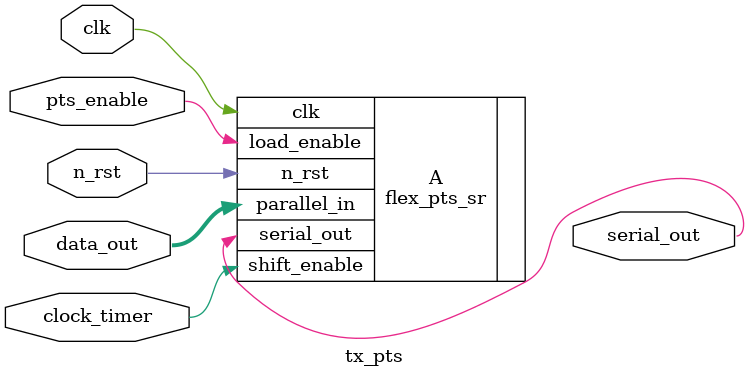
<source format=sv>
module tx_pts (
    input wire clk,
    input wire n_rst,
    input wire pts_enable,
    input wire [7:0] data_out,
    output logic serial_out,
    input logic clock_timer
);

flex_pts_sr #(.NUM_BITS(8),.SHIFT_MSB(1'b0)) A(.clk(clk),.n_rst(n_rst),.parallel_in(data_out),.shift_enable(clock_timer),.load_enable(pts_enable),.serial_out(serial_out));


	
endmodule

</source>
